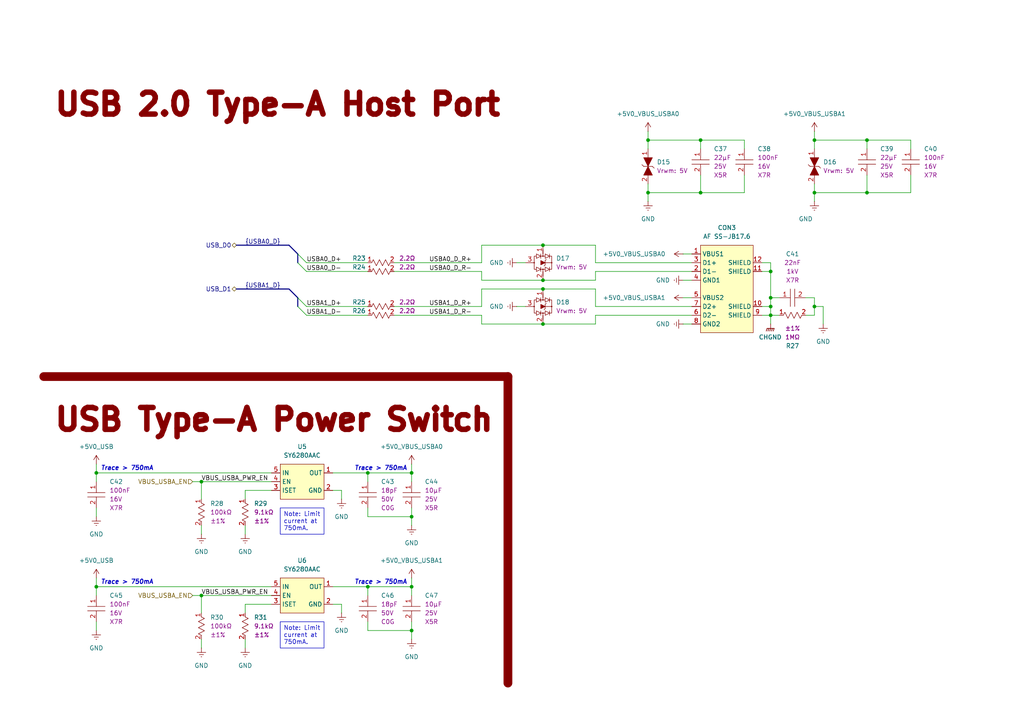
<source format=kicad_sch>
(kicad_sch (version 20250114) (generator "eeschema") (generator_version "9.0")
  (paper "A4")
  (title_block (title "USB 2.0 Type-A Host Port") (date "2026-01-14") (rev "1.0.0") (company "TickLab") (comment 1 "VESA-SBC3399"))
  (lib_symbols
    (symbol "component_library:Capacitors/0402CG180J500NT"
      (property "Reference" "C" (at 1.27 -1.27 0))
      (property "Capacitance" "18pF" (at 0 0 0))
      (property "Voltage - Rated" "50V" (at 0 0 0))
      (property "Temperature Coefficient" "C0G " (at 0 0 0))
      (symbol "Capacitors/0402CG180J500NT_0_1"
        (polyline (pts (xy -2.54 -3.175) (xy 2.54 -3.175)))
        (polyline (pts (xy -2.54 -4.445) (xy 2.54 -4.445)))
      )
      (symbol "Capacitors/0402CG180J500NT_1_1"
        (pin passive line (at 0 0 270) (length 3.175) (name "") (number "1"))
        (pin passive line (at 0 -7.62 90) (length 3.175) (name "") (number "2"))
      )
    )
    (symbol "component_library:Capacitors/CL05B104KO5NNNC"
      (property "Reference" "C" (at 1.27 -1.27 0))
      (property "Capacitance" "100nF" (at 0 0 0))
      (property "Voltage - Rated" "16V" (at 0 0 0))
      (property "Temperature Coefficient" "X7R" (at 0 0 0))
      (symbol "Capacitors/CL05B104KO5NNNC_0_1"
        (polyline (pts (xy -2.54 -3.175) (xy 2.54 -3.175)))
        (polyline (pts (xy -2.54 -4.445) (xy 2.54 -4.445)))
      )
      (symbol "Capacitors/CL05B104KO5NNNC_1_1"
        (pin passive line (at 0 0 270) (length 3.175) (name "") (number "1"))
        (pin passive line (at 0 -7.62 90) (length 3.175) (name "") (number "2"))
      )
    )
    (symbol "component_library:Capacitors/CL10A106MA8NRNC"
      (property "Reference" "C" (at 1.27 -1.27 0))
      (property "Capacitance" "10µF" (at 0 0 0))
      (property "Voltage - Rated" "25V" (at 0 0 0))
      (property "Temperature Coefficient" "X5R" (at 0 0 0))
      (symbol "Capacitors/CL10A106MA8NRNC_0_1"
        (polyline (pts (xy -2.54 -3.175) (xy 2.54 -3.175)))
        (polyline (pts (xy -2.54 -4.445) (xy 2.54 -4.445)))
      )
      (symbol "Capacitors/CL10A106MA8NRNC_1_1"
        (pin passive line (at 0 0 270) (length 3.175) (name "") (number "1"))
        (pin passive line (at 0 -7.62 90) (length 3.175) (name "") (number "2"))
      )
    )
    (symbol "component_library:Capacitors/CL21A226MAQNNNE"
      (property "Reference" "C" (at 1.27 -1.27 0))
      (property "Capacitance" "22µF" (at 0 0 0))
      (property "Voltage - Rated" "25V" (at 0 0 0))
      (property "Temperature Coefficient" "X5R" (at 0 0 0))
      (symbol "Capacitors/CL21A226MAQNNNE_0_1"
        (polyline (pts (xy -2.54 -3.175) (xy 2.54 -3.175)))
        (polyline (pts (xy -2.54 -4.445) (xy 2.54 -4.445)))
      )
      (symbol "Capacitors/CL21A226MAQNNNE_1_1"
        (pin passive line (at 0 0 270) (length 3.175) (name "") (number "1"))
        (pin passive line (at 0 -7.62 90) (length 3.175) (name "") (number "2"))
      )
    )
    (symbol "component_library:Capacitors/FV31X223K102EEG"
      (property "Reference" "C" (at 1.27 -1.27 0))
      (property "Capacitance" "22nF" (at 0 0 0))
      (property "Voltage - Rated" "1kV" (at 0 0 0))
      (property "Temperature Coefficient" "X7R" (at 0 0 0))
      (symbol "Capacitors/FV31X223K102EEG_0_1"
        (polyline (pts (xy -2.54 -3.175) (xy 2.54 -3.175)))
        (polyline (pts (xy -2.54 -4.445) (xy 2.54 -4.445)))
      )
      (symbol "Capacitors/FV31X223K102EEG_1_1"
        (pin passive line (at 0 0 270) (length 3.175) (name "") (number "1"))
        (pin passive line (at 0 -7.62 90) (length 3.175) (name "") (number "2"))
      )
    )
    (symbol "component_library:Connectors/AF SS-JB17.6"
      (property "Reference" "CON" (at 0 17.78 0))
      (property "Value" "AF SS-JB17.6" (at 0 15.24 0))
      (symbol "Connectors/AF SS-JB17.6_0_0"
        (pin power_out line (at -10.16 10.16 0) (length 2.54) (name "VBUS1") (number "1"))
        (pin bidirectional line (at -10.16 7.62 0) (length 2.54) (name "D1+") (number "3"))
        (pin bidirectional line (at -10.16 5.08 0) (length 2.54) (name "D1-") (number "2"))
        (pin passive line (at -10.16 2.54 0) (length 2.54) (name "GND1") (number "4"))
        (pin power_out line (at -10.16 -2.54 0) (length 2.54) (name "VBUS2") (number "5"))
        (pin bidirectional line (at -10.16 -5.08 0) (length 2.54) (name "D2+") (number "7"))
        (pin bidirectional line (at -10.16 -7.62 0) (length 2.54) (name "D2-") (number "6"))
        (pin passive line (at -10.16 -10.16 0) (length 2.54) (name "GND2") (number "8"))
        (pin passive line (at 10.16 7.62 180) (length 2.54) (name "SHIELD") (number "12"))
        (pin passive line (at 10.16 5.08 180) (length 2.54) (name "SHIELD") (number "11"))
        (pin passive line (at 10.16 -5.08 180) (length 2.54) (name "SHIELD") (number "10"))
        (pin passive line (at 10.16 -7.62 180) (length 2.54) (name "SHIELD") (number "9"))
      )
      (symbol "Connectors/AF SS-JB17.6_1_1"
        (rectangle (start -7.62 12.7) (end 7.62 -12.7) (fill (type background)))
      )
    )
    (symbol "component_library:PMIC/SY6280AAC"
      (property "Reference" "U" (at 0 10.16 0))
      (property "Value" "SY6280AAC" (at 0 7.62 0))
      (symbol "PMIC/SY6280AAC_0_0"
        (pin power_in line (at -7.62 2.54 0) (length 2.54) (name "IN") (number "5"))
        (pin input line (at -7.62 0 0) (length 2.54) (name "EN") (number "4"))
        (pin input line (at -7.62 -2.54 0) (length 2.54) (name "ISET") (number "3"))
        (pin power_out line (at 10.16 2.54 180) (length 2.54) (name "OUT") (number "1"))
        (pin passive line (at 10.16 -2.54 180) (length 2.54) (name "GND") (number "2"))
      )
      (symbol "PMIC/SY6280AAC_1_1"
        (rectangle (start -5.08 5.08) (end 7.62 -5.08) (fill (type background)))
      )
    )
    (symbol "component_library:Resistors/0402WGF1003TCE"
      (property "Reference" "R" (at 1.27 2.54 0))
      (property "Resistance" "100kΩ" (at 0 0 0))
      (property "Tolerance" "±1%" (at 0 0 0))
      (symbol "Resistors/0402WGF1003TCE_0_1"
        (polyline (pts (xy 1.143 0) (xy 1.5875 0.889) (xy 2.4765 -0.889) (xy 3.3655 0.889) (xy 4.2545 -0.889) (xy 5.1435 0.889) (xy 6.0325 -0.889) (xy 6.4769 0)))
      )
      (symbol "Resistors/0402WGF1003TCE_1_1"
        (pin passive line (at 0 0 0) (length 1.143) (name "") (number "1"))
        (pin passive line (at 7.62 0 180) (length 1.143) (name "") (number "2"))
      )
    )
    (symbol "component_library:Resistors/0603WAF9101T5E"
      (property "Reference" "R" (at 1.27 2.54 0))
      (property "Resistance" "9.1kΩ" (at 0 0 0))
      (property "Tolerance" "±1%" (at 0 0 0))
      (symbol "Resistors/0603WAF9101T5E_0_1"
        (polyline (pts (xy 1.143 0) (xy 1.5875 0.889) (xy 2.4765 -0.889) (xy 3.3655 0.889) (xy 4.2545 -0.889) (xy 5.1435 0.889) (xy 6.0325 -0.889) (xy 6.4769 0)))
      )
      (symbol "Resistors/0603WAF9101T5E_1_1"
        (pin passive line (at 0 0 0) (length 1.143) (name "") (number "1"))
        (pin passive line (at 7.62 0 180) (length 1.143) (name "") (number "2"))
      )
    )
    (symbol "component_library:Resistors/1206W4F1004T5E"
      (property "Reference" "R" (at 1.27 2.54 0))
      (property "Resistance" "1MΩ" (at 0 0 0))
      (property "Tolerance" "±1%" (at 0 0 0))
      (symbol "Resistors/1206W4F1004T5E_0_1"
        (polyline (pts (xy 1.143 0) (xy 1.5875 0.889) (xy 2.4765 -0.889) (xy 3.3655 0.889) (xy 4.2545 -0.889) (xy 5.1435 0.889) (xy 6.0325 -0.889) (xy 6.4769 0)))
      )
      (symbol "Resistors/1206W4F1004T5E_1_1"
        (pin passive line (at 0 0 0) (length 1.143) (name "") (number "1"))
        (pin passive line (at 7.62 0 180) (length 1.143) (name "") (number "2"))
      )
    )
    (symbol "component_library:Resistors/CQ02WGF220KTCE"
      (property "Reference" "R" (at 1.27 2.54 0))
      (property "Resistance" "2.2Ω" (at 0 0 0))
      (property "Tolerance" "±1%" (at 0 0 0))
      (symbol "Resistors/CQ02WGF220KTCE_0_1"
        (polyline (pts (xy 1.143 0) (xy 1.5875 0.889) (xy 2.4765 -0.889) (xy 3.3655 0.889) (xy 4.2545 -0.889) (xy 5.1435 0.889) (xy 6.0325 -0.889) (xy 6.4769 0)))
      )
      (symbol "Resistors/CQ02WGF220KTCE_1_1"
        (pin passive line (at 0 0 0) (length 1.143) (name "") (number "1"))
        (pin passive line (at 7.62 0 180) (length 1.143) (name "") (number "2"))
      )
    )
    (symbol "component_library:TVS, ESD/ESD5302F" (pin_names (hide yes))
      (property "Reference" "D" (at 0 5.08 0))
      (property "Vrwm" "5V" (at 0 0 0) (show_name))
      (symbol "TVS, ESD/ESD5302F_0_1"
        (polyline (pts (xy -3.81 0) (xy -1.905 0)))
        (polyline (pts (xy -2.54 1.905) (xy -1.27 1.905)))
        (polyline (pts (xy -2.54 -0.635) (xy -1.27 -0.635)))
        (polyline (pts (xy -1.905 1.905) (xy -2.54 0.635) (xy -1.27 0.635) (xy -1.905 1.905)))
        (polyline (pts (xy -1.905 1.905) (xy -1.905 2.54) (xy 1.905 2.54) (xy 1.905 1.905)))
        (polyline (pts (xy -1.905 0.635) (xy -1.905 -0.635)))
        (circle (center -1.905 0) (radius 0.127))
        (polyline (pts (xy -1.905 -0.635) (xy -2.54 -1.905) (xy -1.27 -1.905) (xy -1.905 -0.635)))
        (polyline (pts (xy -0.635 0.635) (xy -0.9525 0.9525)))
        (polyline (pts (xy -0.635 0.635) (xy 0.635 0.635)))
        (circle (center 0 2.54) (radius 0.127))
        (polyline (pts (xy 0 0.635) (xy 0 2.54)))
        (polyline (pts (xy 0 0.635) (xy -0.635 -0.635) (xy 0.635 -0.635) (xy 0 0.635)) (fill (type outline)))
        (circle (center 0 -2.54) (radius 0.127))
        (polyline (pts (xy 0.635 0.635) (xy 0.9525 0.3175)))
        (polyline (pts (xy 1.27 1.905) (xy 2.54 1.905)))
        (polyline (pts (xy 1.27 -0.635) (xy 2.54 -0.635)))
        (polyline (pts (xy 1.905 1.905) (xy 1.27 0.635) (xy 2.54 0.635) (xy 1.905 1.905)))
        (polyline (pts (xy 1.905 0.635) (xy 1.905 -0.635)))
        (circle (center 1.905 0) (radius 0.127))
        (polyline (pts (xy 1.905 -0.635) (xy 1.27 -1.905) (xy 2.54 -1.905) (xy 1.905 -0.635)))
        (polyline (pts (xy 1.905 -1.905) (xy 1.905 -2.54) (xy -1.905 -2.54) (xy -1.905 -1.905)))
        (polyline (pts (xy 3.81 0) (xy 1.905 0)))
      )
      (symbol "TVS, ESD/ESD5302F_1_1"
        (pin passive line (at -5.08 0 0) (length 2.54) (name "1") (number "1"))
        (pin passive line (at 0 -5.08 90) (length 2.54) (name "3") (number "3"))
        (pin passive line (at 5.08 0 180) (length 2.54) (name "2") (number "2"))
      )
    )
    (symbol "component_library:TVS, ESD/ESD5451N-MS" (pin_names (hide yes))
      (property "Reference" "D" (at 2.54 2.54 0))
      (property "Vrwm" "5V" (at 0 0 0) (show_name))
      (symbol "TVS, ESD/ESD5451N-MS_0_1"
        (polyline (pts (xy -1.27 0) (xy -1.778 0.508)))
        (polyline (pts (xy 0 0) (xy 1.27 2.54) (xy -1.27 2.54) (xy 0 0)) (fill (type outline)))
        (polyline (pts (xy 0 0) (xy 1.27 -2.54) (xy -1.27 -2.54) (xy 0 0)) (fill (type outline)))
        (polyline (pts (xy 1.27 0) (xy -1.27 0)))
        (polyline (pts (xy 1.27 0) (xy 1.778 -0.508)))
      )
      (symbol "TVS, ESD/ESD5451N-MS_1_1"
        (pin passive line (at 0 5.08 270) (length 2.54) (name "1") (number "1"))
        (pin passive line (at 0 -5.08 90) (length 2.54) (name "2") (number "2"))
      )
    )
    (symbol "power:+1V0" (power) (pin_numbers (hide yes)) (pin_names (offset 0) (hide yes))
      (property "Value" "+1V0" (at 0 3.556 0))
      (symbol "+1V0_0_1"
        (polyline (pts (xy -0.762 1.27) (xy 0 2.54)))
        (polyline (pts (xy 0 2.54) (xy 0.762 1.27)))
        (polyline (pts (xy 0 0) (xy 0 2.54)))
      )
      (symbol "+1V0_1_1"
        (pin power_in line (at 0 0 90) (length 0) (name "~") (number "1"))
      )
    )
    (symbol "power:GNDPWR" (power) (pin_numbers (hide yes)) (pin_names (offset 0) (hide yes))
      (property "Value" "GNDPWR" (at 0 -3.302 0))
      (symbol "GNDPWR_0_1"
        (polyline (pts (xy -1.016 -1.27) (xy -1.27 -2.032) (xy -1.27 -2.032)) (stroke (width 0.2032)))
        (polyline (pts (xy -0.508 -1.27) (xy -0.762 -2.032) (xy -0.762 -2.032)) (stroke (width 0.2032)))
        (polyline (pts (xy 0 -1.27) (xy 0 0)))
        (polyline (pts (xy 0 -1.27) (xy -0.254 -2.032) (xy -0.254 -2.032)) (stroke (width 0.2032)))
        (polyline (pts (xy 0.508 -1.27) (xy 0.254 -2.032) (xy 0.254 -2.032)) (stroke (width 0.2032)))
        (polyline (pts (xy 1.016 -1.27) (xy -1.016 -1.27) (xy -1.016 -1.27)) (stroke (width 0.2032)))
        (polyline (pts (xy 1.016 -1.27) (xy 0.762 -2.032) (xy 0.762 -2.032) (xy 0.762 -2.032)) (stroke (width 0.2032)))
      )
      (symbol "GNDPWR_1_1"
        (pin power_in line (at 0 0 270) (length 0) (name "~") (number "1"))
      )
    )
    (symbol "power:GNDREF" (power) (pin_numbers (hide yes)) (pin_names (offset 0) (hide yes))
      (property "Value" "GNDREF" (at 0 -3.81 0))
      (symbol "GNDREF_0_1"
        (polyline (pts (xy -0.635 -1.905) (xy 0.635 -1.905)))
        (polyline (pts (xy -0.127 -2.54) (xy 0.127 -2.54)))
        (polyline (pts (xy 0 -1.27) (xy 0 0)))
        (polyline (pts (xy 1.27 -1.27) (xy -1.27 -1.27)))
      )
      (symbol "GNDREF_1_1"
        (pin power_in line (at 0 0 270) (length 0) (name "~") (number "1"))
      )
    )
  )
  (text "Trace > 750mA" (at 118.11 135.89 0) (effects (font (size 1.27 1.27) (thickness 0.254) (bold yes) (italic yes)) (justify right)))
  (text "Trace > 750mA" (at 118.11 168.91 0) (effects (font (size 1.27 1.27) (thickness 0.254) (bold yes) (italic yes)) (justify right)))
  (text "Trace > 750mA" (at 29.21 135.89 0) (effects (font (size 1.27 1.27) (thickness 0.254) (bold yes) (italic yes)) (justify left)))
  (text "Trace > 750mA" (at 29.21 168.91 0) (effects (font (size 1.27 1.27) (thickness 0.254) (bold yes) (italic yes)) (justify left)))
  (text "USB 2.0 Type-A Host Port" (at 15.24 30.48 0) (effects (font (size 6.35 6.35) (thickness 2.54) (bold yes)) (justify left)))
  (text "USB Type-A Power Switch" (at 15.24 121.92 0) (effects (font (size 6.35 6.35) (thickness 2.54) (bold yes)) (justify left)))
  (text_box "Note: Limit current at 750mA." (at 81.28 147.32 0) (size 12.7 7.62) (margins 0.9525 0.9525 0.9525 0.9525) (effects (font (size 1.27 1.27)) (justify left top)))
  (text_box "Note: Limit current at 750mA." (at 81.28 180.34 0) (size 12.7 7.62) (margins 0.9525 0.9525 0.9525 0.9525) (effects (font (size 1.27 1.27)) (justify left top)))
  (junction (at 187.96 55.88))
  (junction (at 157.48 71.12))
  (junction (at 157.48 93.98))
  (junction (at 157.48 83.82))
  (junction (at 119.38 182.88))
  (junction (at 223.52 88.9))
  (junction (at 223.52 86.36))
  (junction (at 223.52 91.44))
  (junction (at 203.2 40.64))
  (junction (at 27.94 170.18))
  (junction (at 106.68 170.18))
  (junction (at 203.2 55.88))
  (junction (at 119.38 170.18))
  (junction (at 58.42 139.7))
  (junction (at 251.46 55.88))
  (junction (at 58.42 172.72))
  (junction (at 236.22 88.9))
  (junction (at 187.96 40.64))
  (junction (at 236.22 40.64))
  (junction (at 27.94 137.16))
  (junction (at 236.22 55.88))
  (junction (at 223.52 78.74))
  (junction (at 106.68 137.16))
  (junction (at 251.46 40.64))
  (junction (at 157.48 81.28))
  (junction (at 119.38 149.86))
  (junction (at 119.38 137.16))
  (bus_entry (at 86.36 86.36) (size 2.54 2.54))
  (bus_entry (at 86.36 76.2) (size 2.54 2.54))
  (bus_entry (at 86.36 88.9) (size 2.54 2.54))
  (bus_entry (at 86.36 73.66) (size 2.54 2.54))
  (wire (pts (xy 223.52 86.36) (xy 223.52 88.9)))
  (wire (pts (xy 139.7 91.44) (xy 139.7 93.98)))
  (wire (pts (xy 264.16 40.64) (xy 251.46 40.64)))
  (wire (pts (xy 187.96 53.34) (xy 187.96 55.88)))
  (wire (pts (xy 236.22 40.64) (xy 251.46 40.64)))
  (wire (pts (xy 27.94 134.62) (xy 27.94 137.16)))
  (bus (pts (xy 86.36 86.36) (xy 86.36 88.9)))
  (wire (pts (xy 238.76 93.98) (xy 238.76 88.9)))
  (wire (pts (xy 58.42 152.4) (xy 58.42 154.94)))
  (wire (pts (xy 119.38 182.88) (xy 119.38 185.42)))
  (wire (pts (xy 236.22 88.9) (xy 236.22 86.36)))
  (wire (pts (xy 200.66 76.2) (xy 172.72 76.2)))
  (wire (pts (xy 223.52 86.36) (xy 226.06 86.36)))
  (wire (pts (xy 198.12 86.36) (xy 200.66 86.36)))
  (wire (pts (xy 119.38 147.32) (xy 119.38 149.86)))
  (wire (pts (xy 114.3 78.74) (xy 139.7 78.74)))
  (wire (pts (xy 233.68 91.44) (xy 236.22 91.44)))
  (wire (pts (xy 187.96 55.88) (xy 203.2 55.88)))
  (wire (pts (xy 223.52 88.9) (xy 223.52 91.44)))
  (wire (pts (xy 78.74 175.26) (xy 71.12 175.26)))
  (wire (pts (xy 114.3 88.9) (xy 139.7 88.9)))
  (wire (pts (xy 58.42 172.72) (xy 58.42 177.8)))
  (wire (pts (xy 71.12 142.24) (xy 71.12 144.78)))
  (wire (pts (xy 27.94 147.32) (xy 27.94 149.86)))
  (wire (pts (xy 172.72 83.82) (xy 157.48 83.82)))
  (wire (pts (xy 220.98 88.9) (xy 223.52 88.9)))
  (wire (pts (xy 187.96 38.1) (xy 187.96 40.64)))
  (wire (pts (xy 139.7 93.98) (xy 157.48 93.98)))
  (wire (pts (xy 200.66 78.74) (xy 172.72 78.74)))
  (wire (pts (xy 78.74 172.72) (xy 58.42 172.72)))
  (wire (pts (xy 251.46 40.64) (xy 251.46 43.18)))
  (wire (pts (xy 114.3 91.44) (xy 139.7 91.44)))
  (wire (pts (xy 236.22 55.88) (xy 251.46 55.88)))
  (wire (pts (xy 58.42 185.42) (xy 58.42 187.96)))
  (wire (pts (xy 236.22 55.88) (xy 236.22 58.42)))
  (wire (pts (xy 88.9 76.2) (xy 106.68 76.2)))
  (wire (pts (xy 220.98 76.2) (xy 223.52 76.2)))
  (bus (pts (xy 83.82 83.82) (xy 68.58 83.82)))
  (wire (pts (xy 198.12 73.66) (xy 200.66 73.66)))
  (polyline (pts (xy 12.7 109.22) (xy 147.32 109.22)) (stroke (width 2.54) (color 132 0 0 1)))
  (wire (pts (xy 96.52 142.24) (xy 99.06 142.24)))
  (wire (pts (xy 238.76 88.9) (xy 236.22 88.9)))
  (bus (pts (xy 83.82 71.12) (xy 68.58 71.12)))
  (wire (pts (xy 215.9 40.64) (xy 203.2 40.64)))
  (wire (pts (xy 203.2 50.8) (xy 203.2 55.88)))
  (wire (pts (xy 119.38 139.7) (xy 119.38 137.16)))
  (wire (pts (xy 215.9 55.88) (xy 203.2 55.88)))
  (wire (pts (xy 99.06 142.24) (xy 99.06 144.78)))
  (wire (pts (xy 223.52 78.74) (xy 223.52 86.36)))
  (wire (pts (xy 264.16 55.88) (xy 251.46 55.88)))
  (wire (pts (xy 157.48 93.98) (xy 172.72 93.98)))
  (wire (pts (xy 71.12 152.4) (xy 71.12 154.94)))
  (wire (pts (xy 106.68 149.86) (xy 119.38 149.86)))
  (wire (pts (xy 106.68 170.18) (xy 106.68 172.72)))
  (wire (pts (xy 149.86 76.2) (xy 152.4 76.2)))
  (wire (pts (xy 215.9 43.18) (xy 215.9 40.64)))
  (wire (pts (xy 200.66 88.9) (xy 172.72 88.9)))
  (wire (pts (xy 172.72 91.44) (xy 172.72 93.98)))
  (wire (pts (xy 223.52 76.2) (xy 223.52 78.74)))
  (wire (pts (xy 139.7 81.28) (xy 157.48 81.28)))
  (wire (pts (xy 139.7 78.74) (xy 139.7 81.28)))
  (wire (pts (xy 139.7 76.2) (xy 139.7 71.12)))
  (wire (pts (xy 236.22 53.34) (xy 236.22 55.88)))
  (wire (pts (xy 215.9 50.8) (xy 215.9 55.88)))
  (wire (pts (xy 200.66 91.44) (xy 172.72 91.44)))
  (wire (pts (xy 203.2 40.64) (xy 203.2 43.18)))
  (wire (pts (xy 96.52 175.26) (xy 99.06 175.26)))
  (wire (pts (xy 119.38 137.16) (xy 106.68 137.16)))
  (wire (pts (xy 55.88 172.72) (xy 58.42 172.72)))
  (wire (pts (xy 172.72 78.74) (xy 172.72 81.28)))
  (wire (pts (xy 27.94 180.34) (xy 27.94 182.88)))
  (wire (pts (xy 139.7 83.82) (xy 157.48 83.82)))
  (wire (pts (xy 71.12 185.42) (xy 71.12 187.96)))
  (wire (pts (xy 99.06 175.26) (xy 99.06 177.8)))
  (wire (pts (xy 27.94 170.18) (xy 78.74 170.18)))
  (wire (pts (xy 187.96 55.88) (xy 187.96 58.42)))
  (wire (pts (xy 223.52 91.44) (xy 226.06 91.44)))
  (wire (pts (xy 27.94 137.16) (xy 27.94 139.7)))
  (wire (pts (xy 223.52 91.44) (xy 223.52 93.98)))
  (wire (pts (xy 236.22 38.1) (xy 236.22 40.64)))
  (wire (pts (xy 114.3 76.2) (xy 139.7 76.2)))
  (wire (pts (xy 106.68 182.88) (xy 119.38 182.88)))
  (wire (pts (xy 119.38 167.64) (xy 119.38 170.18)))
  (wire (pts (xy 55.88 139.7) (xy 58.42 139.7)))
  (wire (pts (xy 157.48 81.28) (xy 172.72 81.28)))
  (wire (pts (xy 251.46 50.8) (xy 251.46 55.88)))
  (wire (pts (xy 152.4 88.9) (xy 149.86 88.9)))
  (wire (pts (xy 139.7 71.12) (xy 157.48 71.12)))
  (wire (pts (xy 106.68 147.32) (xy 106.68 149.86)))
  (wire (pts (xy 236.22 43.18) (xy 236.22 40.64)))
  (wire (pts (xy 187.96 43.18) (xy 187.96 40.64)))
  (wire (pts (xy 172.72 76.2) (xy 172.72 71.12)))
  (wire (pts (xy 78.74 142.24) (xy 71.12 142.24)))
  (wire (pts (xy 264.16 43.18) (xy 264.16 40.64)))
  (polyline (pts (xy 147.32 109.22) (xy 147.32 198.12)) (stroke (width 2.54) (color 132 0 0 1)))
  (wire (pts (xy 78.74 139.7) (xy 58.42 139.7)))
  (wire (pts (xy 139.7 88.9) (xy 139.7 83.82)))
  (wire (pts (xy 220.98 78.74) (xy 223.52 78.74)))
  (wire (pts (xy 220.98 91.44) (xy 223.52 91.44)))
  (wire (pts (xy 187.96 40.64) (xy 203.2 40.64)))
  (wire (pts (xy 172.72 88.9) (xy 172.72 83.82)))
  (bus (pts (xy 83.82 71.12) (xy 86.36 73.66)))
  (wire (pts (xy 27.94 167.64) (xy 27.94 170.18)))
  (wire (pts (xy 119.38 170.18) (xy 106.68 170.18)))
  (wire (pts (xy 119.38 149.86) (xy 119.38 152.4)))
  (wire (pts (xy 27.94 170.18) (xy 27.94 172.72)))
  (wire (pts (xy 96.52 137.16) (xy 106.68 137.16)))
  (wire (pts (xy 198.12 93.98) (xy 200.66 93.98)))
  (wire (pts (xy 264.16 50.8) (xy 264.16 55.88)))
  (wire (pts (xy 71.12 175.26) (xy 71.12 177.8)))
  (wire (pts (xy 58.42 139.7) (xy 58.42 144.78)))
  (wire (pts (xy 106.68 180.34) (xy 106.68 182.88)))
  (wire (pts (xy 198.12 81.28) (xy 200.66 81.28)))
  (bus (pts (xy 86.36 73.66) (xy 86.36 76.2)))
  (wire (pts (xy 96.52 170.18) (xy 106.68 170.18)))
  (wire (pts (xy 119.38 180.34) (xy 119.38 182.88)))
  (wire (pts (xy 172.72 71.12) (xy 157.48 71.12)))
  (wire (pts (xy 236.22 86.36) (xy 233.68 86.36)))
  (wire (pts (xy 27.94 137.16) (xy 78.74 137.16)))
  (wire (pts (xy 119.38 134.62) (xy 119.38 137.16)))
  (wire (pts (xy 119.38 172.72) (xy 119.38 170.18)))
  (wire (pts (xy 88.9 88.9) (xy 106.68 88.9)))
  (wire (pts (xy 236.22 91.44) (xy 236.22 88.9)))
  (wire (pts (xy 88.9 91.44) (xy 106.68 91.44)))
  (wire (pts (xy 106.68 137.16) (xy 106.68 139.7)))
  (bus (pts (xy 83.82 83.82) (xy 86.36 86.36)))
  (wire (pts (xy 88.9 78.74) (xy 106.68 78.74)))
  (label "{USBA0_D}" (at 71.12 71.12 0))
  (label "USBA1_D_R-" (at 124.46 91.44 0))
  (label "USBA1_D+" (at 88.9 88.9 0))
  (label "VBUS_USBA_PWR_EN" (at 58.42 139.7 0))
  (label "{USBA1_D}" (at 71.12 83.82 0))
  (label "USBA0_D+" (at 88.9 76.2 0))
  (label "USBA0_D_R-" (at 124.46 78.74 0))
  (label "USBA0_D-" (at 88.9 78.74 0))
  (label "USBA1_D-" (at 88.9 91.44 0))
  (label "VBUS_USBA_PWR_EN" (at 58.42 172.72 0))
  (label "USBA0_D_R+" (at 124.46 76.2 0))
  (label "USBA1_D_R+" (at 124.46 88.9 0))
  (hierarchical_label "USB_D1" (shape bidirectional) (at 68.58 83.82 180))
  (hierarchical_label "USB_D0" (shape bidirectional) (at 68.58 71.12 180))
  (hierarchical_label "VBUS_USBA_EN" (shape input) (at 55.88 139.7 180))
  (hierarchical_label "VBUS_USBA_EN" (shape input) (at 55.88 172.72 180))
  (symbol (lib_id "power:GNDREF") (at 149.86 76.2 270) (unit 1)
    (property "Reference" "#PWR070" (effects (hide yes)))
    (property "Value" "GND" (at 146.05 76.1999 90) (effects (justify right)))
    (property "Description" "Power symbol creates a global label with name \"GNDREF\" , reference supply ground" (effects (hide yes)))
  )
  (symbol (lib_id "component_library:Capacitors/CL21A226MAQNNNE") (at 203.2 43.18 0) (unit 1)
    (property "Reference" "C37" (at 207.01 43.1799 0) (effects (justify left)))
    (property "Footprint" "footprints:CAPC2012X115N" (effects (hide yes)))
    (property "Description" "22uF 25V X5R ±20% 0805 Multilayer Ceramic Capacitors MLCC - SMD/SMT ROHS" (effects (hide yes)))
    (property "Capacitance" "22µF" (at 207.01 45.7199 0) (effects (justify left)))
    (property "Voltage - Rated" "25V" (at 207.01 48.2599 0) (effects (justify left)))
    (property "Temperature Coefficient" "X5R" (at 207.01 50.7999 0) (effects (justify left)))
    (property "Tolerance" "±20%" (effects (hide yes)))
    (property "Package" "0805" (effects (hide yes)))
    (property "Manufacturer" "Samsung Electro-Mechanics" (effects (hide yes)))
    (property "LCSC_Part" "C45783" (effects (hide yes)))
    (property "Supplier" "JLCPCB" (effects (hide yes)))
  )
  (symbol (lib_id "power:GNDREF") (at 58.42 154.94 0) (unit 1)
    (property "Reference" "#PWR082" (effects (hide yes)))
    (property "Value" "GND" (at 58.42 160.02 0))
    (property "Description" "Power symbol creates a global label with name \"GNDREF\" , reference supply ground" (effects (hide yes)))
  )
  (symbol (lib_id "component_library:Capacitors/0402CG180J500NT") (at 106.68 139.7 0) (unit 1)
    (property "Reference" "C43" (at 110.49 139.6999 0) (effects (justify left)))
    (property "Footprint" "footprints:CAPC1005X50N" (effects (hide yes)))
    (property "Description" "18pF 50V C0G ±5% 0402 Multilayer Ceramic Capacitors MLCC - SMD/SMT ROHS" (effects (hide yes)))
    (property "Capacitance" "18pF" (at 110.49 142.2399 0) (effects (justify left)))
    (property "Voltage - Rated" "50V" (at 110.49 144.7799 0) (effects (justify left)))
    (property "Temperature Coefficient" "C0G " (at 110.49 147.3199 0) (effects (justify left)))
    (property "Tolerance" "±5%" (effects (hide yes)))
    (property "Package" "0402" (effects (hide yes)))
    (property "Manufacturer" "FH (Guangdong Fenghua Advanced Tech)" (effects (hide yes)))
    (property "LCSC_Part" "C1549" (effects (hide yes)))
    (property "Supplier" "JLCPCB" (effects (hide yes)))
  )
  (symbol (lib_id "component_library:PMIC/SY6280AAC") (at 86.36 172.72 0) (unit 1)
    (property "Reference" "U6" (at 87.63 162.56 0))
    (property "Value" "SY6280AAC" (at 87.63 165.1 0))
    (property "Footprint" "footprints:" (effects (hide yes)))
    (property "Description" "-40℃~+125℃ 1 2.4V~5.5V 80mΩ Active High High Side Switch Overcurrent Protection(OCP)、Over Temperature Protection SOT-23-5 Power Distribution Switches ROHS" (effects (hide yes)))
    (property "Type" "Switch" (effects (hide yes)))
    (property "Output Current" "2A" (effects (hide yes)))
    (property "Package" "SOT-23-5" (effects (hide yes)))
    (property "Manufacturer" "Silergy Corp" (effects (hide yes)))
    (property "LCSC_Part" "C55136" (effects (hide yes)))
    (property "Supplier" "JLCPCB" (effects (hide yes)))
  )
  (symbol (lib_id "component_library:Resistors/CQ02WGF220KTCE") (at 106.68 76.2 0) (unit 1)
    (property "Reference" "R23" (at 104.14 74.93 0))
    (property "Footprint" "footprints:RESC1005X35N" (effects (hide yes)))
    (property "Description" "-55℃~+155℃ 2.2Ω 50V 62.5mW Thick Film Resistor ±1% ±200ppm/℃ 0402 Chip Resistor - Surface Mount ROHS" (effects (hide yes)))
    (property "Resistance" "2.2Ω" (at 118.11 74.93 0))
    (property "Tolerance" "±1%" (effects (hide yes)))
    (property "Package" "0402" (effects (hide yes)))
    (property "Manufacturer" "UNI-ROYAL(Uniroyal Elec)" (effects (hide yes)))
    (property "LCSC_Part" "C966832" (effects (hide yes)))
    (property "Supplier" "JLCPCB" (effects (hide yes)))
  )
  (symbol (lib_id "power:+1V0") (at 119.38 134.62 0) (unit 1)
    (property "Reference" "#PWR078" (effects (hide yes)))
    (property "Value" "+5V0_VBUS_USBA0" (at 119.38 129.54 0))
    (property "Description" "Power symbol creates a global label with name \"+1V0\"" (effects (hide yes)))
  )
  (symbol (lib_id "power:GNDREF") (at 238.76 93.98 0) (mirror y) (unit 1)
    (property "Reference" "#PWR076" (effects (hide yes)))
    (property "Value" "GND" (at 238.76 99.06 0))
    (property "Description" "Power symbol creates a global label with name \"GNDREF\" , reference supply ground" (effects (hide yes)))
  )
  (symbol (lib_id "power:GNDREF") (at 71.12 154.94 0) (unit 1)
    (property "Reference" "#PWR083" (effects (hide yes)))
    (property "Value" "GND" (at 71.12 160.02 0))
    (property "Description" "Power symbol creates a global label with name \"GNDREF\" , reference supply ground" (effects (hide yes)))
  )
  (symbol (lib_id "component_library:Resistors/CQ02WGF220KTCE") (at 106.68 88.9 0) (unit 1)
    (property "Reference" "R25" (at 104.14 87.63 0))
    (property "Footprint" "footprints:RESC1005X35N" (effects (hide yes)))
    (property "Description" "-55℃~+155℃ 2.2Ω 50V 62.5mW Thick Film Resistor ±1% ±200ppm/℃ 0402 Chip Resistor - Surface Mount ROHS" (effects (hide yes)))
    (property "Resistance" "2.2Ω" (at 118.11 87.63 0))
    (property "Tolerance" "±1%" (effects (hide yes)))
    (property "Package" "0402" (effects (hide yes)))
    (property "Manufacturer" "UNI-ROYAL(Uniroyal Elec)" (effects (hide yes)))
    (property "LCSC_Part" "C966832" (effects (hide yes)))
    (property "Supplier" "JLCPCB" (effects (hide yes)))
  )
  (symbol (lib_id "power:GNDREF") (at 27.94 149.86 0) (unit 1)
    (property "Reference" "#PWR080" (effects (hide yes)))
    (property "Value" "GND" (at 27.94 154.94 0))
    (property "Description" "Power symbol creates a global label with name \"GNDREF\" , reference supply ground" (effects (hide yes)))
  )
  (symbol (lib_id "power:GNDREF") (at 58.42 187.96 0) (unit 1)
    (property "Reference" "#PWR089" (effects (hide yes)))
    (property "Value" "GND" (at 58.42 193.04 0))
    (property "Description" "Power symbol creates a global label with name \"GNDREF\" , reference supply ground" (effects (hide yes)))
  )
  (symbol (lib_id "power:GNDREF") (at 236.22 58.42 0) (unit 1)
    (property "Reference" "#PWR068" (effects (hide yes)))
    (property "Value" "GND" (at 233.68 63.5 0))
    (property "Description" "Power symbol creates a global label with name \"GNDREF\" , reference supply ground" (effects (hide yes)))
  )
  (symbol (lib_id "power:GNDPWR") (at 223.52 93.98 0) (unit 1)
    (property "Reference" "#PWR075" (effects (hide yes)))
    (property "Value" "CHGND" (at 223.393 97.79 0))
    (property "Description" "Power symbol creates a global label with name \"GNDPWR\" , global ground" (effects (hide yes)))
  )
  (symbol (lib_id "power:GNDREF") (at 187.96 58.42 0) (unit 1)
    (property "Reference" "#PWR067" (effects (hide yes)))
    (property "Value" "GND" (at 187.96 63.5 0))
    (property "Description" "Power symbol creates a global label with name \"GNDREF\" , reference supply ground" (effects (hide yes)))
  )
  (symbol (lib_id "power:+1V0") (at 119.38 167.64 0) (unit 1)
    (property "Reference" "#PWR085" (effects (hide yes)))
    (property "Value" "+5V0_VBUS_USBA1" (at 119.38 162.56 0))
    (property "Description" "Power symbol creates a global label with name \"+1V0\"" (effects (hide yes)))
  )
  (symbol (lib_id "component_library:Resistors/CQ02WGF220KTCE") (at 106.68 78.74 0) (unit 1)
    (property "Reference" "R24" (at 104.14 77.47 0))
    (property "Footprint" "footprints:RESC1005X35N" (effects (hide yes)))
    (property "Description" "-55℃~+155℃ 2.2Ω 50V 62.5mW Thick Film Resistor ±1% ±200ppm/℃ 0402 Chip Resistor - Surface Mount ROHS" (effects (hide yes)))
    (property "Resistance" "2.2Ω" (at 118.11 77.47 0))
    (property "Tolerance" "±1%" (effects (hide yes)))
    (property "Package" "0402" (effects (hide yes)))
    (property "Manufacturer" "UNI-ROYAL(Uniroyal Elec)" (effects (hide yes)))
    (property "LCSC_Part" "C966832" (effects (hide yes)))
    (property "Supplier" "JLCPCB" (effects (hide yes)))
  )
  (symbol (lib_id "power:GNDREF") (at 198.12 93.98 270) (unit 1)
    (property "Reference" "#PWR074" (effects (hide yes)))
    (property "Value" "GND" (at 194.31 93.9799 90) (effects (justify right)))
    (property "Description" "Power symbol creates a global label with name \"GNDREF\" , reference supply ground" (effects (hide yes)))
  )
  (symbol (lib_id "power:+1V0") (at 27.94 134.62 0) (unit 1)
    (property "Reference" "#PWR077" (effects (hide yes)))
    (property "Value" "+5V0_USB" (at 27.94 129.54 0))
    (property "Description" "Power symbol creates a global label with name \"+1V0\"" (effects (hide yes)))
  )
  (symbol (lib_id "power:+1V0") (at 198.12 86.36 90) (unit 1)
    (property "Reference" "#PWR072" (effects (hide yes)))
    (property "Value" "+5V0_VBUS_USBA1" (at 193.04 86.36 90) (effects (justify left)))
    (property "Description" "Power symbol creates a global label with name \"+1V0\"" (effects (hide yes)))
  )
  (symbol (lib_id "component_library:Capacitors/CL10A106MA8NRNC") (at 119.38 139.7 0) (unit 1)
    (property "Reference" "C44" (at 123.19 139.6999 0) (effects (justify left)))
    (property "Footprint" "footprints:CAPC1608X80N" (effects (hide yes)))
    (property "Description" "10uF 25V X5R ±20% 0603 Multilayer Ceramic Capacitors MLCC - SMD/SMT ROHS" (effects (hide yes)))
    (property "Capacitance" "10µF" (at 123.19 142.2399 0) (effects (justify left)))
    (property "Voltage - Rated" "25V" (at 123.19 144.7799 0) (effects (justify left)))
    (property "Temperature Coefficient" "X5R" (at 123.19 147.3199 0) (effects (justify left)))
    (property "Tolerance" "±20%" (effects (hide yes)))
    (property "Package" "0603" (effects (hide yes)))
    (property "Manufacturer" "Samsung Electro-Mechanics" (effects (hide yes)))
    (property "LCSC_Part" "C96446" (effects (hide yes)))
    (property "Supplier" "JLCPCB" (effects (hide yes)))
  )
  (symbol (lib_id "power:GNDREF") (at 119.38 152.4 0) (unit 1)
    (property "Reference" "#PWR081" (effects (hide yes)))
    (property "Value" "GND" (at 119.38 157.48 0))
    (property "Description" "Power symbol creates a global label with name \"GNDREF\" , reference supply ground" (effects (hide yes)))
  )
  (symbol (lib_id "component_library:TVS, ESD/ESD5302F") (at 157.48 88.9 270) (unit 1)
    (property "Reference" "D18" (at 161.29 87.6299 90) (effects (justify left)))
    (property "Footprint" "footprints:" (effects (hide yes)))
    (property "Description" "-55℃~+125℃ 0.5pF 14V 2 4A@8/20us 5V 75W@8/20us 80nA 9V ESD IEC 61000-4-2、IEC 61000-4-5 Unidirectional SOT-23 ESD and Surge Protection (TVS/ESD) ROHS" (effects (hide yes)))
    (property "Vrwm" "5V" (at 161.29 90.1699 90) (show_name yes) (effects (justify left)))
    (property "Package" "SOT-23" (effects (hide yes)))
    (property "Manufacturer" "TECH PUBLIC" (effects (hide yes)))
    (property "LCSC_Part" "C2841442" (effects (hide yes)))
    (property "Supplier" "JLCPCB" (effects (hide yes)))
  )
  (symbol (lib_id "power:GNDREF") (at 27.94 182.88 0) (unit 1)
    (property "Reference" "#PWR087" (effects (hide yes)))
    (property "Value" "GND" (at 27.94 187.96 0))
    (property "Description" "Power symbol creates a global label with name \"GNDREF\" , reference supply ground" (effects (hide yes)))
  )
  (symbol (lib_id "power:+1V0") (at 27.94 167.64 0) (unit 1)
    (property "Reference" "#PWR084" (effects (hide yes)))
    (property "Value" "+5V0_USB" (at 27.94 162.56 0))
    (property "Description" "Power symbol creates a global label with name \"+1V0\"" (effects (hide yes)))
  )
  (symbol (lib_id "power:GNDREF") (at 198.12 81.28 270) (unit 1)
    (property "Reference" "#PWR071" (effects (hide yes)))
    (property "Value" "GND" (at 194.31 81.2799 90) (effects (justify right)))
    (property "Description" "Power symbol creates a global label with name \"GNDREF\" , reference supply ground" (effects (hide yes)))
  )
  (symbol (lib_id "component_library:TVS, ESD/ESD5451N-MS") (at 187.96 48.26 0) (unit 1)
    (property "Reference" "D15" (at 190.5 46.9899 0) (effects (justify left)))
    (property "Footprint" "footprints:" (effects (hide yes)))
    (property "Description" "1 10V 15pF 1uA 5A 5V 8.4V 80W Bidirectional ESD IEC 61000-4-2、IEC 61000-4-4 DFN1006-2 ESD and Surge Protection (TVS/ESD) ROHS" (effects (hide yes)))
    (property "Vrwm" "5V" (at 190.5 49.5299 0) (show_name yes) (effects (justify left)))
    (property "Package" "DFN1006-2" (effects (hide yes)))
    (property "Manufacturer" "MSKSEMI" (effects (hide yes)))
    (property "LCSC_Part" "C2802295" (effects (hide yes)))
    (property "Supplier" "JLCPCB" (effects (hide yes)))
  )
  (symbol (lib_id "component_library:Capacitors/FV31X223K102EEG") (at 226.06 86.36 90) (unit 1)
    (property "Reference" "C41" (at 229.87 73.66 90))
    (property "Footprint" "footprints:CAPC3216X160N" (effects (hide yes)))
    (property "Description" "1kV 22nF X7R ±10% 1206 Multilayer Ceramic Capacitors MLCC - SMD/SMT ROHS" (effects (hide yes)))
    (property "Capacitance" "22nF" (at 229.87 76.2 90))
    (property "Voltage - Rated" "1kV" (at 229.87 78.74 90))
    (property "Temperature Coefficient" "X7R" (at 229.87 81.28 90))
    (property "Tolerance" "±10%" (effects (hide yes)))
    (property "Package" "1206" (effects (hide yes)))
    (property "Manufacturer" "PSA(Prosperity Dielectrics)" (effects (hide yes)))
    (property "LCSC_Part" "C1021604" (effects (hide yes)))
    (property "Supplier" "JLCPCB" (effects (hide yes)))
  )
  (symbol (lib_id "power:+1V0") (at 187.96 38.1 0) (unit 1)
    (property "Reference" "#PWR065" (effects (hide yes)))
    (property "Value" "+5V0_VBUS_USBA0" (at 187.96 33.02 0))
    (property "Description" "Power symbol creates a global label with name \"+1V0\"" (effects (hide yes)))
  )
  (symbol (lib_id "component_library:Resistors/1206W4F1004T5E") (at 226.06 91.44 0) (unit 1)
    (property "Reference" "R27" (at 229.87 100.33 0))
    (property "Footprint" "footprints:RESC3115X55N" (effects (hide yes)))
    (property "Description" "-55℃~+155℃ 1MΩ 200V 250mW Thick Film Resistor ±1% ±100ppm/℃ 1206 Chip Resistor - Surface Mount ROHS" (effects (hide yes)))
    (property "Resistance" "1MΩ" (at 229.87 97.79 0))
    (property "Tolerance" "±1%" (at 229.87 95.25 0))
    (property "Package" "1206" (effects (hide yes)))
    (property "Manufacturer" "UNI-ROYAL(Uniroyal Elec)" (effects (hide yes)))
    (property "LCSC_Part" "C17927" (effects (hide yes)))
    (property "Supplier" "JLCPCB" (effects (hide yes)))
  )
  (symbol (lib_id "component_library:TVS, ESD/ESD5451N-MS") (at 236.22 48.26 0) (unit 1)
    (property "Reference" "D16" (at 238.76 46.9899 0) (effects (justify left)))
    (property "Footprint" "footprints:" (effects (hide yes)))
    (property "Description" "1 10V 15pF 1uA 5A 5V 8.4V 80W Bidirectional ESD IEC 61000-4-2、IEC 61000-4-4 DFN1006-2 ESD and Surge Protection (TVS/ESD) ROHS" (effects (hide yes)))
    (property "Vrwm" "5V" (at 238.76 49.5299 0) (show_name yes) (effects (justify left)))
    (property "Package" "DFN1006-2" (effects (hide yes)))
    (property "Manufacturer" "MSKSEMI" (effects (hide yes)))
    (property "LCSC_Part" "C2802295" (effects (hide yes)))
    (property "Supplier" "JLCPCB" (effects (hide yes)))
  )
  (symbol (lib_id "component_library:PMIC/SY6280AAC") (at 86.36 139.7 0) (unit 1)
    (property "Reference" "U5" (at 87.63 129.54 0))
    (property "Value" "SY6280AAC" (at 87.63 132.08 0))
    (property "Footprint" "footprints:" (effects (hide yes)))
    (property "Description" "-40℃~+125℃ 1 2.4V~5.5V 80mΩ Active High High Side Switch Overcurrent Protection(OCP)、Over Temperature Protection SOT-23-5 Power Distribution Switches ROHS" (effects (hide yes)))
    (property "Type" "Switch" (effects (hide yes)))
    (property "Output Current" "2A" (effects (hide yes)))
    (property "Package" "SOT-23-5" (effects (hide yes)))
    (property "Manufacturer" "Silergy Corp" (effects (hide yes)))
    (property "LCSC_Part" "C55136" (effects (hide yes)))
    (property "Supplier" "JLCPCB" (effects (hide yes)))
  )
  (symbol (lib_id "component_library:Capacitors/CL05B104KO5NNNC") (at 264.16 43.18 0) (unit 1)
    (property "Reference" "C40" (at 267.97 43.1799 0) (effects (justify left)))
    (property "Footprint" "footprints:CAPC1005X50N" (effects (hide yes)))
    (property "Description" "100nF 16V X7R ±10% 0402 Multilayer Ceramic Capacitors MLCC - SMD/SMT ROHS" (effects (hide yes)))
    (property "Capacitance" "100nF" (at 267.97 45.7199 0) (effects (justify left)))
    (property "Voltage - Rated" "16V" (at 267.97 48.2599 0) (effects (justify left)))
    (property "Temperature Coefficient" "X7R" (at 267.97 50.7999 0) (effects (justify left)))
    (property "Tolerance" "±10%" (effects (hide yes)))
    (property "Package" "0402" (effects (hide yes)))
    (property "Manufacturer" "Samsung Electro-Mechanics" (effects (hide yes)))
    (property "LCSC_Part" "C1525" (effects (hide yes)))
    (property "Supplier" "JLCPCB" (effects (hide yes)))
  )
  (symbol (lib_id "component_library:Resistors/0603WAF9101T5E") (at 71.12 144.78 270) (unit 1)
    (property "Reference" "R29" (at 73.66 146.0499 90) (effects (justify left)))
    (property "Footprint" "footprints:RESC1608X45N" (effects (hide yes)))
    (property "Description" "-55℃~+155℃ 100mW 75V 9.1kΩ Thick Film Resistor ±1% ±100ppm/℃ 0603 Chip Resistor - Surface Mount ROHS" (effects (hide yes)))
    (property "Resistance" "9.1kΩ" (at 73.66 148.5899 90) (effects (justify left)))
    (property "Tolerance" "±1%" (at 73.66 151.1299 90) (effects (justify left)))
    (property "Package" "0603" (effects (hide yes)))
    (property "Manufacturer" "UNI-ROYAL(Uniroyal Elec)" (effects (hide yes)))
    (property "LCSC_Part" "C23260" (effects (hide yes)))
    (property "Supplier" "JLCPCB" (effects (hide yes)))
  )
  (symbol (lib_id "component_library:Capacitors/CL21A226MAQNNNE") (at 251.46 43.18 0) (unit 1)
    (property "Reference" "C39" (at 255.27 43.1799 0) (effects (justify left)))
    (property "Footprint" "footprints:CAPC2012X115N" (effects (hide yes)))
    (property "Description" "22uF 25V X5R ±20% 0805 Multilayer Ceramic Capacitors MLCC - SMD/SMT ROHS" (effects (hide yes)))
    (property "Capacitance" "22µF" (at 255.27 45.7199 0) (effects (justify left)))
    (property "Voltage - Rated" "25V" (at 255.27 48.2599 0) (effects (justify left)))
    (property "Temperature Coefficient" "X5R" (at 255.27 50.7999 0) (effects (justify left)))
    (property "Tolerance" "±20%" (effects (hide yes)))
    (property "Package" "0805" (effects (hide yes)))
    (property "Manufacturer" "Samsung Electro-Mechanics" (effects (hide yes)))
    (property "LCSC_Part" "C45783" (effects (hide yes)))
    (property "Supplier" "JLCPCB" (effects (hide yes)))
  )
  (symbol (lib_id "power:GNDREF") (at 99.06 144.78 0) (unit 1)
    (property "Reference" "#PWR079" (effects (hide yes)))
    (property "Value" "GND" (at 99.06 149.86 0))
    (property "Description" "Power symbol creates a global label with name \"GNDREF\" , reference supply ground" (effects (hide yes)))
  )
  (symbol (lib_id "component_library:Resistors/CQ02WGF220KTCE") (at 106.68 91.44 0) (unit 1)
    (property "Reference" "R26" (at 104.14 90.17 0))
    (property "Footprint" "footprints:RESC1005X35N" (effects (hide yes)))
    (property "Description" "-55℃~+155℃ 2.2Ω 50V 62.5mW Thick Film Resistor ±1% ±200ppm/℃ 0402 Chip Resistor - Surface Mount ROHS" (effects (hide yes)))
    (property "Resistance" "2.2Ω" (at 118.11 90.17 0))
    (property "Tolerance" "±1%" (effects (hide yes)))
    (property "Package" "0402" (effects (hide yes)))
    (property "Manufacturer" "UNI-ROYAL(Uniroyal Elec)" (effects (hide yes)))
    (property "LCSC_Part" "C966832" (effects (hide yes)))
    (property "Supplier" "JLCPCB" (effects (hide yes)))
  )
  (symbol (lib_id "power:GNDREF") (at 149.86 88.9 270) (unit 1)
    (property "Reference" "#PWR073" (effects (hide yes)))
    (property "Value" "GND" (at 146.05 88.8999 90) (effects (justify right)))
    (property "Description" "Power symbol creates a global label with name \"GNDREF\" , reference supply ground" (effects (hide yes)))
  )
  (symbol (lib_id "component_library:Capacitors/CL05B104KO5NNNC") (at 215.9 43.18 0) (unit 1)
    (property "Reference" "C38" (at 219.71 43.1799 0) (effects (justify left)))
    (property "Footprint" "footprints:CAPC1005X50N" (effects (hide yes)))
    (property "Description" "100nF 16V X7R ±10% 0402 Multilayer Ceramic Capacitors MLCC - SMD/SMT ROHS" (effects (hide yes)))
    (property "Capacitance" "100nF" (at 219.71 45.7199 0) (effects (justify left)))
    (property "Voltage - Rated" "16V" (at 219.71 48.2599 0) (effects (justify left)))
    (property "Temperature Coefficient" "X7R" (at 219.71 50.7999 0) (effects (justify left)))
    (property "Tolerance" "±10%" (effects (hide yes)))
    (property "Package" "0402" (effects (hide yes)))
    (property "Manufacturer" "Samsung Electro-Mechanics" (effects (hide yes)))
    (property "LCSC_Part" "C1525" (effects (hide yes)))
    (property "Supplier" "JLCPCB" (effects (hide yes)))
  )
  (symbol (lib_id "power:GNDREF") (at 99.06 177.8 0) (unit 1)
    (property "Reference" "#PWR086" (effects (hide yes)))
    (property "Value" "GND" (at 99.06 182.88 0))
    (property "Description" "Power symbol creates a global label with name \"GNDREF\" , reference supply ground" (effects (hide yes)))
  )
  (symbol (lib_id "component_library:Capacitors/0402CG180J500NT") (at 106.68 172.72 0) (unit 1)
    (property "Reference" "C46" (at 110.49 172.7199 0) (effects (justify left)))
    (property "Footprint" "footprints:CAPC1005X50N" (effects (hide yes)))
    (property "Description" "18pF 50V C0G ±5% 0402 Multilayer Ceramic Capacitors MLCC - SMD/SMT ROHS" (effects (hide yes)))
    (property "Capacitance" "18pF" (at 110.49 175.2599 0) (effects (justify left)))
    (property "Voltage - Rated" "50V" (at 110.49 177.7999 0) (effects (justify left)))
    (property "Temperature Coefficient" "C0G " (at 110.49 180.3399 0) (effects (justify left)))
    (property "Tolerance" "±5%" (effects (hide yes)))
    (property "Package" "0402" (effects (hide yes)))
    (property "Manufacturer" "FH (Guangdong Fenghua Advanced Tech)" (effects (hide yes)))
    (property "LCSC_Part" "C1549" (effects (hide yes)))
    (property "Supplier" "JLCPCB" (effects (hide yes)))
  )
  (symbol (lib_id "component_library:Resistors/0402WGF1003TCE") (at 58.42 177.8 270) (unit 1)
    (property "Reference" "R30" (at 60.96 179.0699 90) (effects (justify left)))
    (property "Footprint" "footprints:RESC1005X35N" (effects (hide yes)))
    (property "Description" "-55℃~+155℃ 100kΩ 50V 62.5mW Thick Film Resistor ±1% ±100ppm/℃ 0402 Chip Resistor - Surface Mount ROHS" (effects (hide yes)))
    (property "Resistance" "100kΩ" (at 60.96 181.6099 90) (effects (justify left)))
    (property "Tolerance" "±1%" (at 60.96 184.1499 90) (effects (justify left)))
    (property "Package" "0402" (effects (hide yes)))
    (property "Manufacturer" "UNI-ROYAL(Uniroyal Elec)" (effects (hide yes)))
    (property "LCSC_Part" "C25741" (effects (hide yes)))
    (property "Supplier" "JLCPCB" (effects (hide yes)))
  )
  (symbol (lib_id "power:+1V0") (at 198.12 73.66 90) (unit 1)
    (property "Reference" "#PWR069" (effects (hide yes)))
    (property "Value" "+5V0_VBUS_USBA0" (at 193.04 73.66 90) (effects (justify left)))
    (property "Description" "Power symbol creates a global label with name \"+1V0\"" (effects (hide yes)))
  )
  (symbol (lib_id "power:+1V0") (at 236.22 38.1 0) (unit 1)
    (property "Reference" "#PWR066" (effects (hide yes)))
    (property "Value" "+5V0_VBUS_USBA1" (at 236.22 33.02 0))
    (property "Description" "Power symbol creates a global label with name \"+1V0\"" (effects (hide yes)))
  )
  (symbol (lib_id "component_library:Capacitors/CL10A106MA8NRNC") (at 119.38 172.72 0) (unit 1)
    (property "Reference" "C47" (at 123.19 172.7199 0) (effects (justify left)))
    (property "Footprint" "footprints:CAPC1608X80N" (effects (hide yes)))
    (property "Description" "10uF 25V X5R ±20% 0603 Multilayer Ceramic Capacitors MLCC - SMD/SMT ROHS" (effects (hide yes)))
    (property "Capacitance" "10µF" (at 123.19 175.2599 0) (effects (justify left)))
    (property "Voltage - Rated" "25V" (at 123.19 177.7999 0) (effects (justify left)))
    (property "Temperature Coefficient" "X5R" (at 123.19 180.3399 0) (effects (justify left)))
    (property "Tolerance" "±20%" (effects (hide yes)))
    (property "Package" "0603" (effects (hide yes)))
    (property "Manufacturer" "Samsung Electro-Mechanics" (effects (hide yes)))
    (property "LCSC_Part" "C96446" (effects (hide yes)))
    (property "Supplier" "JLCPCB" (effects (hide yes)))
  )
  (symbol (lib_id "component_library:Capacitors/CL05B104KO5NNNC") (at 27.94 139.7 0) (unit 1)
    (property "Reference" "C42" (at 31.75 139.6999 0) (effects (justify left)))
    (property "Footprint" "footprints:CAPC1005X50N" (effects (hide yes)))
    (property "Description" "100nF 16V X7R ±10% 0402 Multilayer Ceramic Capacitors MLCC - SMD/SMT ROHS" (effects (hide yes)))
    (property "Capacitance" "100nF" (at 31.75 142.2399 0) (effects (justify left)))
    (property "Voltage - Rated" "16V" (at 31.75 144.7799 0) (effects (justify left)))
    (property "Temperature Coefficient" "X7R" (at 31.75 147.3199 0) (effects (justify left)))
    (property "Tolerance" "±10%" (effects (hide yes)))
    (property "Package" "0402" (effects (hide yes)))
    (property "Manufacturer" "Samsung Electro-Mechanics" (effects (hide yes)))
    (property "LCSC_Part" "C1525" (effects (hide yes)))
    (property "Supplier" "JLCPCB" (effects (hide yes)))
  )
  (symbol (lib_id "component_library:TVS, ESD/ESD5302F") (at 157.48 76.2 270) (unit 1)
    (property "Reference" "D17" (at 161.29 74.9299 90) (effects (justify left)))
    (property "Footprint" "footprints:" (effects (hide yes)))
    (property "Description" "-55℃~+125℃ 0.5pF 14V 2 4A@8/20us 5V 75W@8/20us 80nA 9V ESD IEC 61000-4-2、IEC 61000-4-5 Unidirectional SOT-23 ESD and Surge Protection (TVS/ESD) ROHS" (effects (hide yes)))
    (property "Vrwm" "5V" (at 161.29 77.4699 90) (show_name yes) (effects (justify left)))
    (property "Package" "SOT-23" (effects (hide yes)))
    (property "Manufacturer" "TECH PUBLIC" (effects (hide yes)))
    (property "LCSC_Part" "C2841442" (effects (hide yes)))
    (property "Supplier" "JLCPCB" (effects (hide yes)))
  )
  (symbol (lib_id "power:GNDREF") (at 119.38 185.42 0) (unit 1)
    (property "Reference" "#PWR088" (effects (hide yes)))
    (property "Value" "GND" (at 119.38 190.5 0))
    (property "Description" "Power symbol creates a global label with name \"GNDREF\" , reference supply ground" (effects (hide yes)))
  )
  (symbol (lib_id "power:GNDREF") (at 71.12 187.96 0) (unit 1)
    (property "Reference" "#PWR090" (effects (hide yes)))
    (property "Value" "GND" (at 71.12 193.04 0))
    (property "Description" "Power symbol creates a global label with name \"GNDREF\" , reference supply ground" (effects (hide yes)))
  )
  (symbol (lib_id "component_library:Resistors/0603WAF9101T5E") (at 71.12 177.8 270) (unit 1)
    (property "Reference" "R31" (at 73.66 179.0699 90) (effects (justify left)))
    (property "Footprint" "footprints:RESC1608X45N" (effects (hide yes)))
    (property "Description" "-55℃~+155℃ 100mW 75V 9.1kΩ Thick Film Resistor ±1% ±100ppm/℃ 0603 Chip Resistor - Surface Mount ROHS" (effects (hide yes)))
    (property "Resistance" "9.1kΩ" (at 73.66 181.6099 90) (effects (justify left)))
    (property "Tolerance" "±1%" (at 73.66 184.1499 90) (effects (justify left)))
    (property "Package" "0603" (effects (hide yes)))
    (property "Manufacturer" "UNI-ROYAL(Uniroyal Elec)" (effects (hide yes)))
    (property "LCSC_Part" "C23260" (effects (hide yes)))
    (property "Supplier" "JLCPCB" (effects (hide yes)))
  )
  (symbol (lib_id "component_library:Connectors/AF SS-JB17.6") (at 210.82 83.82 0) (unit 1)
    (property "Reference" "CON3" (at 210.82 66.04 0))
    (property "Value" "AF SS-JB17.6" (at 210.82 68.58 0))
    (property "Footprint" "footprints:AF SS-JB17.6" (effects (hide yes)))
    (property "Description" "-25℃~+85℃ 1.5A 17.6mm 2 30V 4Px2 5,000 times Female Right Angle Type-A USB 2.0 White 弯插 USB Connectors ROHS" (effects (hide yes)))
    (property "Package" "Push-Pull" (effects (hide yes)))
    (property "Manufacturer" "SHOU HAN" (effects (hide yes)))
    (property "LCSC_Part" "C456021" (effects (hide yes)))
    (property "Supplier" "JLCPCB" (effects (hide yes)))
  )
  (symbol (lib_id "component_library:Resistors/0402WGF1003TCE") (at 58.42 144.78 270) (unit 1)
    (property "Reference" "R28" (at 60.96 146.0499 90) (effects (justify left)))
    (property "Footprint" "footprints:RESC1005X35N" (effects (hide yes)))
    (property "Description" "-55℃~+155℃ 100kΩ 50V 62.5mW Thick Film Resistor ±1% ±100ppm/℃ 0402 Chip Resistor - Surface Mount ROHS" (effects (hide yes)))
    (property "Resistance" "100kΩ" (at 60.96 148.5899 90) (effects (justify left)))
    (property "Tolerance" "±1%" (at 60.96 151.1299 90) (effects (justify left)))
    (property "Package" "0402" (effects (hide yes)))
    (property "Manufacturer" "UNI-ROYAL(Uniroyal Elec)" (effects (hide yes)))
    (property "LCSC_Part" "C25741" (effects (hide yes)))
    (property "Supplier" "JLCPCB" (effects (hide yes)))
  )
  (symbol (lib_id "component_library:Capacitors/CL05B104KO5NNNC") (at 27.94 172.72 0) (unit 1)
    (property "Reference" "C45" (at 31.75 172.7199 0) (effects (justify left)))
    (property "Footprint" "footprints:CAPC1005X50N" (effects (hide yes)))
    (property "Description" "100nF 16V X7R ±10% 0402 Multilayer Ceramic Capacitors MLCC - SMD/SMT ROHS" (effects (hide yes)))
    (property "Capacitance" "100nF" (at 31.75 175.2599 0) (effects (justify left)))
    (property "Voltage - Rated" "16V" (at 31.75 177.7999 0) (effects (justify left)))
    (property "Temperature Coefficient" "X7R" (at 31.75 180.3399 0) (effects (justify left)))
    (property "Tolerance" "±10%" (effects (hide yes)))
    (property "Package" "0402" (effects (hide yes)))
    (property "Manufacturer" "Samsung Electro-Mechanics" (effects (hide yes)))
    (property "LCSC_Part" "C1525" (effects (hide yes)))
    (property "Supplier" "JLCPCB" (effects (hide yes)))
  )
)
</source>
